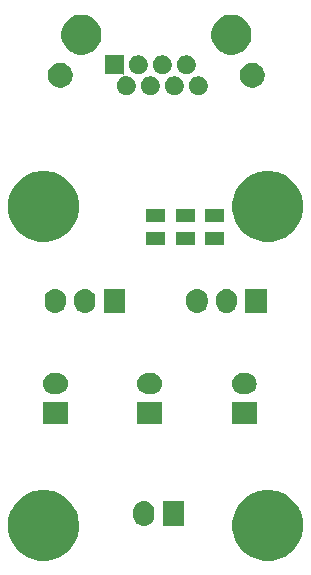
<source format=gts>
G04 #@! TF.GenerationSoftware,KiCad,Pcbnew,6.0.0-rc1-unknown-73a0cbf~66~ubuntu18.04.1*
G04 #@! TF.CreationDate,2019-02-12T22:26:01+01:00
G04 #@! TF.ProjectId,wcube-head-pcb,77637562-652d-4686-9561-642d7063622e,rev?*
G04 #@! TF.SameCoordinates,Original*
G04 #@! TF.FileFunction,Soldermask,Top*
G04 #@! TF.FilePolarity,Negative*
%FSLAX46Y46*%
G04 Gerber Fmt 4.6, Leading zero omitted, Abs format (unit mm)*
G04 Created by KiCad (PCBNEW 6.0.0-rc1-unknown-73a0cbf~66~ubuntu18.04.1) date 2019-02-12 22:26:01*
%MOMM*%
%LPD*%
G04 APERTURE LIST*
%ADD10C,0.100000*%
G04 APERTURE END LIST*
D10*
G36*
X187681870Y-94076859D02*
G01*
X187875068Y-94115288D01*
X188421033Y-94341434D01*
X188668378Y-94506705D01*
X188912388Y-94669747D01*
X189330253Y-95087612D01*
X189336674Y-95097222D01*
X189608163Y-95503533D01*
X189658567Y-95578969D01*
X189724803Y-95738878D01*
X189884712Y-96124932D01*
X189898502Y-96194258D01*
X189958615Y-96496466D01*
X190000000Y-96704526D01*
X190000000Y-97295474D01*
X189884712Y-97875068D01*
X189658566Y-98421033D01*
X189330252Y-98912389D01*
X188912389Y-99330252D01*
X188421033Y-99658566D01*
X187875068Y-99884712D01*
X187681870Y-99923141D01*
X187295476Y-100000000D01*
X186704524Y-100000000D01*
X186318130Y-99923141D01*
X186124932Y-99884712D01*
X185578967Y-99658566D01*
X185087611Y-99330252D01*
X184669748Y-98912389D01*
X184341434Y-98421033D01*
X184115288Y-97875068D01*
X184000000Y-97295474D01*
X184000000Y-96704526D01*
X184041386Y-96496466D01*
X184101498Y-96194258D01*
X184115288Y-96124932D01*
X184275197Y-95738878D01*
X184341433Y-95578969D01*
X184391838Y-95503533D01*
X184663326Y-95097222D01*
X184669747Y-95087612D01*
X185087612Y-94669747D01*
X185331622Y-94506705D01*
X185578967Y-94341434D01*
X186124932Y-94115288D01*
X186318130Y-94076859D01*
X186704524Y-94000000D01*
X187295476Y-94000000D01*
X187681870Y-94076859D01*
X187681870Y-94076859D01*
G37*
G36*
X168681870Y-94076859D02*
G01*
X168875068Y-94115288D01*
X169421033Y-94341434D01*
X169668378Y-94506705D01*
X169912388Y-94669747D01*
X170330253Y-95087612D01*
X170336674Y-95097222D01*
X170608163Y-95503533D01*
X170658567Y-95578969D01*
X170724803Y-95738878D01*
X170884712Y-96124932D01*
X170898502Y-96194258D01*
X170958615Y-96496466D01*
X171000000Y-96704526D01*
X171000000Y-97295474D01*
X170884712Y-97875068D01*
X170658566Y-98421033D01*
X170330252Y-98912389D01*
X169912389Y-99330252D01*
X169421033Y-99658566D01*
X168875068Y-99884712D01*
X168681870Y-99923141D01*
X168295476Y-100000000D01*
X167704524Y-100000000D01*
X167318130Y-99923141D01*
X167124932Y-99884712D01*
X166578967Y-99658566D01*
X166087611Y-99330252D01*
X165669748Y-98912389D01*
X165341434Y-98421033D01*
X165115288Y-97875068D01*
X165000000Y-97295474D01*
X165000000Y-96704526D01*
X165041386Y-96496466D01*
X165101498Y-96194258D01*
X165115288Y-96124932D01*
X165275197Y-95738878D01*
X165341433Y-95578969D01*
X165391838Y-95503533D01*
X165663326Y-95097222D01*
X165669747Y-95087612D01*
X166087612Y-94669747D01*
X166331622Y-94506705D01*
X166578967Y-94341434D01*
X167124932Y-94115288D01*
X167318130Y-94076859D01*
X167704524Y-94000000D01*
X168295476Y-94000000D01*
X168681870Y-94076859D01*
X168681870Y-94076859D01*
G37*
G36*
X176676627Y-94962037D02*
G01*
X176846466Y-95013557D01*
X177002991Y-95097222D01*
X177038729Y-95126552D01*
X177140186Y-95209814D01*
X177223448Y-95311271D01*
X177252778Y-95347009D01*
X177336443Y-95503534D01*
X177387963Y-95673374D01*
X177401000Y-95805743D01*
X177401000Y-96194258D01*
X177387963Y-96326627D01*
X177336443Y-96496466D01*
X177252778Y-96652991D01*
X177223448Y-96688729D01*
X177140186Y-96790186D01*
X177002989Y-96902779D01*
X176846467Y-96986442D01*
X176846465Y-96986443D01*
X176676626Y-97037963D01*
X176500000Y-97055359D01*
X176323373Y-97037963D01*
X176153534Y-96986443D01*
X175997009Y-96902778D01*
X175961271Y-96873448D01*
X175859814Y-96790186D01*
X175747221Y-96652989D01*
X175663558Y-96496467D01*
X175663557Y-96496465D01*
X175612037Y-96326626D01*
X175599000Y-96194257D01*
X175599000Y-95805742D01*
X175612037Y-95673373D01*
X175663557Y-95503534D01*
X175747222Y-95347009D01*
X175859815Y-95209815D01*
X175997010Y-95097222D01*
X176153535Y-95013557D01*
X176323374Y-94962037D01*
X176500000Y-94944641D01*
X176676627Y-94962037D01*
X176676627Y-94962037D01*
G37*
G36*
X179901000Y-97051000D02*
G01*
X178099000Y-97051000D01*
X178099000Y-94949000D01*
X179901000Y-94949000D01*
X179901000Y-97051000D01*
X179901000Y-97051000D01*
G37*
G36*
X178051000Y-88401000D02*
G01*
X175949000Y-88401000D01*
X175949000Y-86599000D01*
X178051000Y-86599000D01*
X178051000Y-88401000D01*
X178051000Y-88401000D01*
G37*
G36*
X186051000Y-88401000D02*
G01*
X183949000Y-88401000D01*
X183949000Y-86599000D01*
X186051000Y-86599000D01*
X186051000Y-88401000D01*
X186051000Y-88401000D01*
G37*
G36*
X170051000Y-88401000D02*
G01*
X167949000Y-88401000D01*
X167949000Y-86599000D01*
X170051000Y-86599000D01*
X170051000Y-88401000D01*
X170051000Y-88401000D01*
G37*
G36*
X169260443Y-84105519D02*
G01*
X169326627Y-84112037D01*
X169496466Y-84163557D01*
X169652991Y-84247222D01*
X169688729Y-84276552D01*
X169790186Y-84359814D01*
X169873448Y-84461271D01*
X169902778Y-84497009D01*
X169986443Y-84653534D01*
X170037963Y-84823373D01*
X170055359Y-85000000D01*
X170037963Y-85176627D01*
X169986443Y-85346466D01*
X169902778Y-85502991D01*
X169873448Y-85538729D01*
X169790186Y-85640186D01*
X169688729Y-85723448D01*
X169652991Y-85752778D01*
X169496466Y-85836443D01*
X169326627Y-85887963D01*
X169260443Y-85894481D01*
X169194260Y-85901000D01*
X168805740Y-85901000D01*
X168739557Y-85894481D01*
X168673373Y-85887963D01*
X168503534Y-85836443D01*
X168347009Y-85752778D01*
X168311271Y-85723448D01*
X168209814Y-85640186D01*
X168126552Y-85538729D01*
X168097222Y-85502991D01*
X168013557Y-85346466D01*
X167962037Y-85176627D01*
X167944641Y-85000000D01*
X167962037Y-84823373D01*
X168013557Y-84653534D01*
X168097222Y-84497009D01*
X168126552Y-84461271D01*
X168209814Y-84359814D01*
X168311271Y-84276552D01*
X168347009Y-84247222D01*
X168503534Y-84163557D01*
X168673373Y-84112037D01*
X168739557Y-84105519D01*
X168805740Y-84099000D01*
X169194260Y-84099000D01*
X169260443Y-84105519D01*
X169260443Y-84105519D01*
G37*
G36*
X177260443Y-84105519D02*
G01*
X177326627Y-84112037D01*
X177496466Y-84163557D01*
X177652991Y-84247222D01*
X177688729Y-84276552D01*
X177790186Y-84359814D01*
X177873448Y-84461271D01*
X177902778Y-84497009D01*
X177986443Y-84653534D01*
X178037963Y-84823373D01*
X178055359Y-85000000D01*
X178037963Y-85176627D01*
X177986443Y-85346466D01*
X177902778Y-85502991D01*
X177873448Y-85538729D01*
X177790186Y-85640186D01*
X177688729Y-85723448D01*
X177652991Y-85752778D01*
X177496466Y-85836443D01*
X177326627Y-85887963D01*
X177260443Y-85894481D01*
X177194260Y-85901000D01*
X176805740Y-85901000D01*
X176739557Y-85894481D01*
X176673373Y-85887963D01*
X176503534Y-85836443D01*
X176347009Y-85752778D01*
X176311271Y-85723448D01*
X176209814Y-85640186D01*
X176126552Y-85538729D01*
X176097222Y-85502991D01*
X176013557Y-85346466D01*
X175962037Y-85176627D01*
X175944641Y-85000000D01*
X175962037Y-84823373D01*
X176013557Y-84653534D01*
X176097222Y-84497009D01*
X176126552Y-84461271D01*
X176209814Y-84359814D01*
X176311271Y-84276552D01*
X176347009Y-84247222D01*
X176503534Y-84163557D01*
X176673373Y-84112037D01*
X176739557Y-84105519D01*
X176805740Y-84099000D01*
X177194260Y-84099000D01*
X177260443Y-84105519D01*
X177260443Y-84105519D01*
G37*
G36*
X185260443Y-84105519D02*
G01*
X185326627Y-84112037D01*
X185496466Y-84163557D01*
X185652991Y-84247222D01*
X185688729Y-84276552D01*
X185790186Y-84359814D01*
X185873448Y-84461271D01*
X185902778Y-84497009D01*
X185986443Y-84653534D01*
X186037963Y-84823373D01*
X186055359Y-85000000D01*
X186037963Y-85176627D01*
X185986443Y-85346466D01*
X185902778Y-85502991D01*
X185873448Y-85538729D01*
X185790186Y-85640186D01*
X185688729Y-85723448D01*
X185652991Y-85752778D01*
X185496466Y-85836443D01*
X185326627Y-85887963D01*
X185260443Y-85894481D01*
X185194260Y-85901000D01*
X184805740Y-85901000D01*
X184739557Y-85894481D01*
X184673373Y-85887963D01*
X184503534Y-85836443D01*
X184347009Y-85752778D01*
X184311271Y-85723448D01*
X184209814Y-85640186D01*
X184126552Y-85538729D01*
X184097222Y-85502991D01*
X184013557Y-85346466D01*
X183962037Y-85176627D01*
X183944641Y-85000000D01*
X183962037Y-84823373D01*
X184013557Y-84653534D01*
X184097222Y-84497009D01*
X184126552Y-84461271D01*
X184209814Y-84359814D01*
X184311271Y-84276552D01*
X184347009Y-84247222D01*
X184503534Y-84163557D01*
X184673373Y-84112037D01*
X184739557Y-84105519D01*
X184805740Y-84099000D01*
X185194260Y-84099000D01*
X185260443Y-84105519D01*
X185260443Y-84105519D01*
G37*
G36*
X183676627Y-76987037D02*
G01*
X183846466Y-77038557D01*
X184002991Y-77122222D01*
X184038729Y-77151552D01*
X184140186Y-77234814D01*
X184223448Y-77336271D01*
X184252778Y-77372009D01*
X184336443Y-77528534D01*
X184387963Y-77698374D01*
X184401000Y-77830743D01*
X184401000Y-78169258D01*
X184387963Y-78301627D01*
X184336443Y-78471466D01*
X184252778Y-78627991D01*
X184223448Y-78663729D01*
X184140186Y-78765186D01*
X184002989Y-78877779D01*
X183846467Y-78961442D01*
X183846465Y-78961443D01*
X183676626Y-79012963D01*
X183500000Y-79030359D01*
X183323373Y-79012963D01*
X183153534Y-78961443D01*
X182997009Y-78877778D01*
X182961271Y-78848448D01*
X182859814Y-78765186D01*
X182747221Y-78627989D01*
X182663558Y-78471467D01*
X182663557Y-78471465D01*
X182612037Y-78301626D01*
X182599000Y-78169257D01*
X182599000Y-77830742D01*
X182612037Y-77698373D01*
X182663557Y-77528534D01*
X182747222Y-77372009D01*
X182859815Y-77234815D01*
X182997010Y-77122222D01*
X183153535Y-77038557D01*
X183323374Y-76987037D01*
X183500000Y-76969641D01*
X183676627Y-76987037D01*
X183676627Y-76987037D01*
G37*
G36*
X181176627Y-76987037D02*
G01*
X181346466Y-77038557D01*
X181502991Y-77122222D01*
X181538729Y-77151552D01*
X181640186Y-77234814D01*
X181723448Y-77336271D01*
X181752778Y-77372009D01*
X181836443Y-77528534D01*
X181887963Y-77698374D01*
X181901000Y-77830743D01*
X181901000Y-78169258D01*
X181887963Y-78301627D01*
X181836443Y-78471466D01*
X181752778Y-78627991D01*
X181723448Y-78663729D01*
X181640186Y-78765186D01*
X181502989Y-78877779D01*
X181346467Y-78961442D01*
X181346465Y-78961443D01*
X181176626Y-79012963D01*
X181000000Y-79030359D01*
X180823373Y-79012963D01*
X180653534Y-78961443D01*
X180497009Y-78877778D01*
X180461271Y-78848448D01*
X180359814Y-78765186D01*
X180247221Y-78627989D01*
X180163558Y-78471467D01*
X180163557Y-78471465D01*
X180112037Y-78301626D01*
X180099000Y-78169257D01*
X180099000Y-77830742D01*
X180112037Y-77698373D01*
X180163557Y-77528534D01*
X180247222Y-77372009D01*
X180359815Y-77234815D01*
X180497010Y-77122222D01*
X180653535Y-77038557D01*
X180823374Y-76987037D01*
X181000000Y-76969641D01*
X181176627Y-76987037D01*
X181176627Y-76987037D01*
G37*
G36*
X171676627Y-76987037D02*
G01*
X171846466Y-77038557D01*
X172002991Y-77122222D01*
X172038729Y-77151552D01*
X172140186Y-77234814D01*
X172223448Y-77336271D01*
X172252778Y-77372009D01*
X172336443Y-77528534D01*
X172387963Y-77698374D01*
X172401000Y-77830743D01*
X172401000Y-78169258D01*
X172387963Y-78301627D01*
X172336443Y-78471466D01*
X172252778Y-78627991D01*
X172223448Y-78663729D01*
X172140186Y-78765186D01*
X172002989Y-78877779D01*
X171846467Y-78961442D01*
X171846465Y-78961443D01*
X171676626Y-79012963D01*
X171500000Y-79030359D01*
X171323373Y-79012963D01*
X171153534Y-78961443D01*
X170997009Y-78877778D01*
X170961271Y-78848448D01*
X170859814Y-78765186D01*
X170747221Y-78627989D01*
X170663558Y-78471467D01*
X170663557Y-78471465D01*
X170612037Y-78301626D01*
X170599000Y-78169257D01*
X170599000Y-77830742D01*
X170612037Y-77698373D01*
X170663557Y-77528534D01*
X170747222Y-77372009D01*
X170859815Y-77234815D01*
X170997010Y-77122222D01*
X171153535Y-77038557D01*
X171323374Y-76987037D01*
X171500000Y-76969641D01*
X171676627Y-76987037D01*
X171676627Y-76987037D01*
G37*
G36*
X169176627Y-76987037D02*
G01*
X169346466Y-77038557D01*
X169502991Y-77122222D01*
X169538729Y-77151552D01*
X169640186Y-77234814D01*
X169723448Y-77336271D01*
X169752778Y-77372009D01*
X169836443Y-77528534D01*
X169887963Y-77698374D01*
X169901000Y-77830743D01*
X169901000Y-78169258D01*
X169887963Y-78301627D01*
X169836443Y-78471466D01*
X169752778Y-78627991D01*
X169723448Y-78663729D01*
X169640186Y-78765186D01*
X169502989Y-78877779D01*
X169346467Y-78961442D01*
X169346465Y-78961443D01*
X169176626Y-79012963D01*
X169000000Y-79030359D01*
X168823373Y-79012963D01*
X168653534Y-78961443D01*
X168497009Y-78877778D01*
X168461271Y-78848448D01*
X168359814Y-78765186D01*
X168247221Y-78627989D01*
X168163558Y-78471467D01*
X168163557Y-78471465D01*
X168112037Y-78301626D01*
X168099000Y-78169257D01*
X168099000Y-77830742D01*
X168112037Y-77698373D01*
X168163557Y-77528534D01*
X168247222Y-77372009D01*
X168359815Y-77234815D01*
X168497010Y-77122222D01*
X168653535Y-77038557D01*
X168823374Y-76987037D01*
X169000000Y-76969641D01*
X169176627Y-76987037D01*
X169176627Y-76987037D01*
G37*
G36*
X186901000Y-79026000D02*
G01*
X185099000Y-79026000D01*
X185099000Y-76974000D01*
X186901000Y-76974000D01*
X186901000Y-79026000D01*
X186901000Y-79026000D01*
G37*
G36*
X174901000Y-79026000D02*
G01*
X173099000Y-79026000D01*
X173099000Y-76974000D01*
X174901000Y-76974000D01*
X174901000Y-79026000D01*
X174901000Y-79026000D01*
G37*
G36*
X178301000Y-73241000D02*
G01*
X176699000Y-73241000D01*
X176699000Y-72169000D01*
X178301000Y-72169000D01*
X178301000Y-73241000D01*
X178301000Y-73241000D01*
G37*
G36*
X183301000Y-73241000D02*
G01*
X181699000Y-73241000D01*
X181699000Y-72169000D01*
X183301000Y-72169000D01*
X183301000Y-73241000D01*
X183301000Y-73241000D01*
G37*
G36*
X180801000Y-73241000D02*
G01*
X179199000Y-73241000D01*
X179199000Y-72169000D01*
X180801000Y-72169000D01*
X180801000Y-73241000D01*
X180801000Y-73241000D01*
G37*
G36*
X168681870Y-67076859D02*
G01*
X168875068Y-67115288D01*
X169421033Y-67341434D01*
X169912389Y-67669748D01*
X170330252Y-68087611D01*
X170658566Y-68578967D01*
X170884712Y-69124932D01*
X171000000Y-69704526D01*
X171000000Y-70295474D01*
X170884712Y-70875068D01*
X170658566Y-71421033D01*
X170330252Y-71912389D01*
X169912389Y-72330252D01*
X169421033Y-72658566D01*
X168875068Y-72884712D01*
X168681870Y-72923141D01*
X168295476Y-73000000D01*
X167704524Y-73000000D01*
X167318130Y-72923141D01*
X167124932Y-72884712D01*
X166578967Y-72658566D01*
X166087611Y-72330252D01*
X165669748Y-71912389D01*
X165341434Y-71421033D01*
X165115288Y-70875068D01*
X165000000Y-70295474D01*
X165000000Y-69704526D01*
X165115288Y-69124932D01*
X165341434Y-68578967D01*
X165669748Y-68087611D01*
X166087611Y-67669748D01*
X166578967Y-67341434D01*
X167124932Y-67115288D01*
X167318130Y-67076859D01*
X167704524Y-67000000D01*
X168295476Y-67000000D01*
X168681870Y-67076859D01*
X168681870Y-67076859D01*
G37*
G36*
X187681870Y-67076859D02*
G01*
X187875068Y-67115288D01*
X188421033Y-67341434D01*
X188912389Y-67669748D01*
X189330252Y-68087611D01*
X189658566Y-68578967D01*
X189884712Y-69124932D01*
X190000000Y-69704526D01*
X190000000Y-70295474D01*
X189884712Y-70875068D01*
X189658566Y-71421033D01*
X189330252Y-71912389D01*
X188912389Y-72330252D01*
X188421033Y-72658566D01*
X187875068Y-72884712D01*
X187681870Y-72923141D01*
X187295476Y-73000000D01*
X186704524Y-73000000D01*
X186318130Y-72923141D01*
X186124932Y-72884712D01*
X185578967Y-72658566D01*
X185087611Y-72330252D01*
X184669748Y-71912389D01*
X184341434Y-71421033D01*
X184115288Y-70875068D01*
X184000000Y-70295474D01*
X184000000Y-69704526D01*
X184115288Y-69124932D01*
X184341434Y-68578967D01*
X184669748Y-68087611D01*
X185087611Y-67669748D01*
X185578967Y-67341434D01*
X186124932Y-67115288D01*
X186318130Y-67076859D01*
X186704524Y-67000000D01*
X187295476Y-67000000D01*
X187681870Y-67076859D01*
X187681870Y-67076859D01*
G37*
G36*
X180801000Y-71331000D02*
G01*
X179199000Y-71331000D01*
X179199000Y-70259000D01*
X180801000Y-70259000D01*
X180801000Y-71331000D01*
X180801000Y-71331000D01*
G37*
G36*
X178301000Y-71331000D02*
G01*
X176699000Y-71331000D01*
X176699000Y-70259000D01*
X178301000Y-70259000D01*
X178301000Y-71331000D01*
X178301000Y-71331000D01*
G37*
G36*
X183301000Y-71331000D02*
G01*
X181699000Y-71331000D01*
X181699000Y-70259000D01*
X183301000Y-70259000D01*
X183301000Y-71331000D01*
X183301000Y-71331000D01*
G37*
G36*
X177283642Y-59009781D02*
G01*
X177429414Y-59070162D01*
X177429416Y-59070163D01*
X177560608Y-59157822D01*
X177672178Y-59269392D01*
X177751317Y-59387833D01*
X177759838Y-59400586D01*
X177820219Y-59546358D01*
X177851000Y-59701107D01*
X177851000Y-59858893D01*
X177820219Y-60013642D01*
X177759838Y-60159414D01*
X177759837Y-60159416D01*
X177672178Y-60290608D01*
X177560608Y-60402178D01*
X177429416Y-60489837D01*
X177429415Y-60489838D01*
X177429414Y-60489838D01*
X177283642Y-60550219D01*
X177128893Y-60581000D01*
X176971107Y-60581000D01*
X176816358Y-60550219D01*
X176670586Y-60489838D01*
X176670585Y-60489838D01*
X176670584Y-60489837D01*
X176539392Y-60402178D01*
X176427822Y-60290608D01*
X176340163Y-60159416D01*
X176340162Y-60159414D01*
X176279781Y-60013642D01*
X176249000Y-59858893D01*
X176249000Y-59701107D01*
X176279781Y-59546358D01*
X176340162Y-59400586D01*
X176348683Y-59387833D01*
X176427822Y-59269392D01*
X176539392Y-59157822D01*
X176670584Y-59070163D01*
X176670586Y-59070162D01*
X176816358Y-59009781D01*
X176971107Y-58979000D01*
X177128893Y-58979000D01*
X177283642Y-59009781D01*
X177283642Y-59009781D01*
G37*
G36*
X174801000Y-58854558D02*
G01*
X174803402Y-58878944D01*
X174810515Y-58902393D01*
X174822066Y-58924004D01*
X174837611Y-58942946D01*
X174856553Y-58958491D01*
X174878164Y-58970042D01*
X174901613Y-58977155D01*
X174925999Y-58979557D01*
X174931649Y-58979000D01*
X175098893Y-58979000D01*
X175253642Y-59009781D01*
X175399414Y-59070162D01*
X175399416Y-59070163D01*
X175530608Y-59157822D01*
X175642178Y-59269392D01*
X175721317Y-59387833D01*
X175729838Y-59400586D01*
X175790219Y-59546358D01*
X175821000Y-59701107D01*
X175821000Y-59858893D01*
X175790219Y-60013642D01*
X175729838Y-60159414D01*
X175729837Y-60159416D01*
X175642178Y-60290608D01*
X175530608Y-60402178D01*
X175399416Y-60489837D01*
X175399415Y-60489838D01*
X175399414Y-60489838D01*
X175253642Y-60550219D01*
X175098893Y-60581000D01*
X174941107Y-60581000D01*
X174786358Y-60550219D01*
X174640586Y-60489838D01*
X174640585Y-60489838D01*
X174640584Y-60489837D01*
X174509392Y-60402178D01*
X174397822Y-60290608D01*
X174310163Y-60159416D01*
X174310162Y-60159414D01*
X174249781Y-60013642D01*
X174219000Y-59858893D01*
X174219000Y-59701107D01*
X174249781Y-59546358D01*
X174310162Y-59400586D01*
X174318683Y-59387833D01*
X174397822Y-59269392D01*
X174509392Y-59157822D01*
X174640584Y-59070163D01*
X174640586Y-59070162D01*
X174709823Y-59041483D01*
X174731434Y-59029932D01*
X174750376Y-59014387D01*
X174765921Y-58995445D01*
X174777472Y-58973834D01*
X174784585Y-58950385D01*
X174786987Y-58925999D01*
X174784585Y-58901613D01*
X174777472Y-58878164D01*
X174765921Y-58856553D01*
X174750376Y-58837611D01*
X174731434Y-58822066D01*
X174709823Y-58810515D01*
X174686374Y-58803402D01*
X174661988Y-58801000D01*
X173199000Y-58801000D01*
X173199000Y-57199000D01*
X174801000Y-57199000D01*
X174801000Y-58854558D01*
X174801000Y-58854558D01*
G37*
G36*
X181343642Y-59009781D02*
G01*
X181489414Y-59070162D01*
X181489416Y-59070163D01*
X181620608Y-59157822D01*
X181732178Y-59269392D01*
X181811317Y-59387833D01*
X181819838Y-59400586D01*
X181880219Y-59546358D01*
X181911000Y-59701107D01*
X181911000Y-59858893D01*
X181880219Y-60013642D01*
X181819838Y-60159414D01*
X181819837Y-60159416D01*
X181732178Y-60290608D01*
X181620608Y-60402178D01*
X181489416Y-60489837D01*
X181489415Y-60489838D01*
X181489414Y-60489838D01*
X181343642Y-60550219D01*
X181188893Y-60581000D01*
X181031107Y-60581000D01*
X180876358Y-60550219D01*
X180730586Y-60489838D01*
X180730585Y-60489838D01*
X180730584Y-60489837D01*
X180599392Y-60402178D01*
X180487822Y-60290608D01*
X180400163Y-60159416D01*
X180400162Y-60159414D01*
X180339781Y-60013642D01*
X180309000Y-59858893D01*
X180309000Y-59701107D01*
X180339781Y-59546358D01*
X180400162Y-59400586D01*
X180408683Y-59387833D01*
X180487822Y-59269392D01*
X180599392Y-59157822D01*
X180730584Y-59070163D01*
X180730586Y-59070162D01*
X180876358Y-59009781D01*
X181031107Y-58979000D01*
X181188893Y-58979000D01*
X181343642Y-59009781D01*
X181343642Y-59009781D01*
G37*
G36*
X179313642Y-59009781D02*
G01*
X179459414Y-59070162D01*
X179459416Y-59070163D01*
X179590608Y-59157822D01*
X179702178Y-59269392D01*
X179781317Y-59387833D01*
X179789838Y-59400586D01*
X179850219Y-59546358D01*
X179881000Y-59701107D01*
X179881000Y-59858893D01*
X179850219Y-60013642D01*
X179789838Y-60159414D01*
X179789837Y-60159416D01*
X179702178Y-60290608D01*
X179590608Y-60402178D01*
X179459416Y-60489837D01*
X179459415Y-60489838D01*
X179459414Y-60489838D01*
X179313642Y-60550219D01*
X179158893Y-60581000D01*
X179001107Y-60581000D01*
X178846358Y-60550219D01*
X178700586Y-60489838D01*
X178700585Y-60489838D01*
X178700584Y-60489837D01*
X178569392Y-60402178D01*
X178457822Y-60290608D01*
X178370163Y-60159416D01*
X178370162Y-60159414D01*
X178309781Y-60013642D01*
X178279000Y-59858893D01*
X178279000Y-59701107D01*
X178309781Y-59546358D01*
X178370162Y-59400586D01*
X178378683Y-59387833D01*
X178457822Y-59269392D01*
X178569392Y-59157822D01*
X178700584Y-59070163D01*
X178700586Y-59070162D01*
X178846358Y-59009781D01*
X179001107Y-58979000D01*
X179158893Y-58979000D01*
X179313642Y-59009781D01*
X179313642Y-59009781D01*
G37*
G36*
X185986564Y-57879389D02*
G01*
X186177833Y-57958615D01*
X186177835Y-57958616D01*
X186349973Y-58073635D01*
X186496365Y-58220027D01*
X186611385Y-58392167D01*
X186690611Y-58583436D01*
X186731000Y-58786484D01*
X186731000Y-58993516D01*
X186690611Y-59196564D01*
X186660444Y-59269393D01*
X186611384Y-59387835D01*
X186496365Y-59559973D01*
X186349973Y-59706365D01*
X186177835Y-59821384D01*
X186177834Y-59821385D01*
X186177833Y-59821385D01*
X185986564Y-59900611D01*
X185783516Y-59941000D01*
X185576484Y-59941000D01*
X185373436Y-59900611D01*
X185182167Y-59821385D01*
X185182166Y-59821385D01*
X185182165Y-59821384D01*
X185010027Y-59706365D01*
X184863635Y-59559973D01*
X184748616Y-59387835D01*
X184699556Y-59269393D01*
X184669389Y-59196564D01*
X184629000Y-58993516D01*
X184629000Y-58786484D01*
X184669389Y-58583436D01*
X184748615Y-58392167D01*
X184863635Y-58220027D01*
X185010027Y-58073635D01*
X185182165Y-57958616D01*
X185182167Y-57958615D01*
X185373436Y-57879389D01*
X185576484Y-57839000D01*
X185783516Y-57839000D01*
X185986564Y-57879389D01*
X185986564Y-57879389D01*
G37*
G36*
X169736564Y-57879389D02*
G01*
X169927833Y-57958615D01*
X169927835Y-57958616D01*
X170099973Y-58073635D01*
X170246365Y-58220027D01*
X170361385Y-58392167D01*
X170440611Y-58583436D01*
X170481000Y-58786484D01*
X170481000Y-58993516D01*
X170440611Y-59196564D01*
X170410444Y-59269393D01*
X170361384Y-59387835D01*
X170246365Y-59559973D01*
X170099973Y-59706365D01*
X169927835Y-59821384D01*
X169927834Y-59821385D01*
X169927833Y-59821385D01*
X169736564Y-59900611D01*
X169533516Y-59941000D01*
X169326484Y-59941000D01*
X169123436Y-59900611D01*
X168932167Y-59821385D01*
X168932166Y-59821385D01*
X168932165Y-59821384D01*
X168760027Y-59706365D01*
X168613635Y-59559973D01*
X168498616Y-59387835D01*
X168449556Y-59269393D01*
X168419389Y-59196564D01*
X168379000Y-58993516D01*
X168379000Y-58786484D01*
X168419389Y-58583436D01*
X168498615Y-58392167D01*
X168613635Y-58220027D01*
X168760027Y-58073635D01*
X168932165Y-57958616D01*
X168932167Y-57958615D01*
X169123436Y-57879389D01*
X169326484Y-57839000D01*
X169533516Y-57839000D01*
X169736564Y-57879389D01*
X169736564Y-57879389D01*
G37*
G36*
X178293642Y-57229781D02*
G01*
X178439414Y-57290162D01*
X178439416Y-57290163D01*
X178570608Y-57377822D01*
X178682178Y-57489392D01*
X178769837Y-57620584D01*
X178769838Y-57620586D01*
X178830219Y-57766358D01*
X178861000Y-57921107D01*
X178861000Y-58078893D01*
X178830219Y-58233642D01*
X178769838Y-58379414D01*
X178769837Y-58379416D01*
X178682178Y-58510608D01*
X178570608Y-58622178D01*
X178439416Y-58709837D01*
X178439415Y-58709838D01*
X178439414Y-58709838D01*
X178293642Y-58770219D01*
X178138893Y-58801000D01*
X177981107Y-58801000D01*
X177826358Y-58770219D01*
X177680586Y-58709838D01*
X177680585Y-58709838D01*
X177680584Y-58709837D01*
X177549392Y-58622178D01*
X177437822Y-58510608D01*
X177350163Y-58379416D01*
X177350162Y-58379414D01*
X177289781Y-58233642D01*
X177259000Y-58078893D01*
X177259000Y-57921107D01*
X177289781Y-57766358D01*
X177350162Y-57620586D01*
X177350163Y-57620584D01*
X177437822Y-57489392D01*
X177549392Y-57377822D01*
X177680584Y-57290163D01*
X177680586Y-57290162D01*
X177826358Y-57229781D01*
X177981107Y-57199000D01*
X178138893Y-57199000D01*
X178293642Y-57229781D01*
X178293642Y-57229781D01*
G37*
G36*
X176263642Y-57229781D02*
G01*
X176409414Y-57290162D01*
X176409416Y-57290163D01*
X176540608Y-57377822D01*
X176652178Y-57489392D01*
X176739837Y-57620584D01*
X176739838Y-57620586D01*
X176800219Y-57766358D01*
X176831000Y-57921107D01*
X176831000Y-58078893D01*
X176800219Y-58233642D01*
X176739838Y-58379414D01*
X176739837Y-58379416D01*
X176652178Y-58510608D01*
X176540608Y-58622178D01*
X176409416Y-58709837D01*
X176409415Y-58709838D01*
X176409414Y-58709838D01*
X176263642Y-58770219D01*
X176108893Y-58801000D01*
X175951107Y-58801000D01*
X175796358Y-58770219D01*
X175650586Y-58709838D01*
X175650585Y-58709838D01*
X175650584Y-58709837D01*
X175519392Y-58622178D01*
X175407822Y-58510608D01*
X175320163Y-58379416D01*
X175320162Y-58379414D01*
X175259781Y-58233642D01*
X175229000Y-58078893D01*
X175229000Y-57921107D01*
X175259781Y-57766358D01*
X175320162Y-57620586D01*
X175320163Y-57620584D01*
X175407822Y-57489392D01*
X175519392Y-57377822D01*
X175650584Y-57290163D01*
X175650586Y-57290162D01*
X175796358Y-57229781D01*
X175951107Y-57199000D01*
X176108893Y-57199000D01*
X176263642Y-57229781D01*
X176263642Y-57229781D01*
G37*
G36*
X180333642Y-57229781D02*
G01*
X180479414Y-57290162D01*
X180479416Y-57290163D01*
X180610608Y-57377822D01*
X180722178Y-57489392D01*
X180809837Y-57620584D01*
X180809838Y-57620586D01*
X180870219Y-57766358D01*
X180901000Y-57921107D01*
X180901000Y-58078893D01*
X180870219Y-58233642D01*
X180809838Y-58379414D01*
X180809837Y-58379416D01*
X180722178Y-58510608D01*
X180610608Y-58622178D01*
X180479416Y-58709837D01*
X180479415Y-58709838D01*
X180479414Y-58709838D01*
X180333642Y-58770219D01*
X180178893Y-58801000D01*
X180021107Y-58801000D01*
X179866358Y-58770219D01*
X179720586Y-58709838D01*
X179720585Y-58709838D01*
X179720584Y-58709837D01*
X179589392Y-58622178D01*
X179477822Y-58510608D01*
X179390163Y-58379416D01*
X179390162Y-58379414D01*
X179329781Y-58233642D01*
X179299000Y-58078893D01*
X179299000Y-57921107D01*
X179329781Y-57766358D01*
X179390162Y-57620586D01*
X179390163Y-57620584D01*
X179477822Y-57489392D01*
X179589392Y-57377822D01*
X179720584Y-57290163D01*
X179720586Y-57290162D01*
X179866358Y-57229781D01*
X180021107Y-57199000D01*
X180178893Y-57199000D01*
X180333642Y-57229781D01*
X180333642Y-57229781D01*
G37*
G36*
X171706162Y-53824368D02*
G01*
X172015724Y-53952593D01*
X172015725Y-53952594D01*
X172294324Y-54138747D01*
X172531253Y-54375676D01*
X172655637Y-54561830D01*
X172717407Y-54654276D01*
X172845632Y-54963838D01*
X172911000Y-55292465D01*
X172911000Y-55627535D01*
X172845632Y-55956162D01*
X172717407Y-56265724D01*
X172717406Y-56265725D01*
X172531253Y-56544324D01*
X172294324Y-56781253D01*
X172108170Y-56905637D01*
X172015724Y-56967407D01*
X171706162Y-57095632D01*
X171377535Y-57161000D01*
X171042465Y-57161000D01*
X170713838Y-57095632D01*
X170404276Y-56967407D01*
X170311830Y-56905637D01*
X170125676Y-56781253D01*
X169888747Y-56544324D01*
X169702594Y-56265725D01*
X169702593Y-56265724D01*
X169574368Y-55956162D01*
X169509000Y-55627535D01*
X169509000Y-55292465D01*
X169574368Y-54963838D01*
X169702593Y-54654276D01*
X169764363Y-54561830D01*
X169888747Y-54375676D01*
X170125676Y-54138747D01*
X170404275Y-53952594D01*
X170404276Y-53952593D01*
X170713838Y-53824368D01*
X171042465Y-53759000D01*
X171377535Y-53759000D01*
X171706162Y-53824368D01*
X171706162Y-53824368D01*
G37*
G36*
X184406162Y-53824368D02*
G01*
X184715724Y-53952593D01*
X184715725Y-53952594D01*
X184994324Y-54138747D01*
X185231253Y-54375676D01*
X185355637Y-54561830D01*
X185417407Y-54654276D01*
X185545632Y-54963838D01*
X185611000Y-55292465D01*
X185611000Y-55627535D01*
X185545632Y-55956162D01*
X185417407Y-56265724D01*
X185417406Y-56265725D01*
X185231253Y-56544324D01*
X184994324Y-56781253D01*
X184808170Y-56905637D01*
X184715724Y-56967407D01*
X184406162Y-57095632D01*
X184077535Y-57161000D01*
X183742465Y-57161000D01*
X183413838Y-57095632D01*
X183104276Y-56967407D01*
X183011830Y-56905637D01*
X182825676Y-56781253D01*
X182588747Y-56544324D01*
X182402594Y-56265725D01*
X182402593Y-56265724D01*
X182274368Y-55956162D01*
X182209000Y-55627535D01*
X182209000Y-55292465D01*
X182274368Y-54963838D01*
X182402593Y-54654276D01*
X182464363Y-54561830D01*
X182588747Y-54375676D01*
X182825676Y-54138747D01*
X183104275Y-53952594D01*
X183104276Y-53952593D01*
X183413838Y-53824368D01*
X183742465Y-53759000D01*
X184077535Y-53759000D01*
X184406162Y-53824368D01*
X184406162Y-53824368D01*
G37*
M02*

</source>
